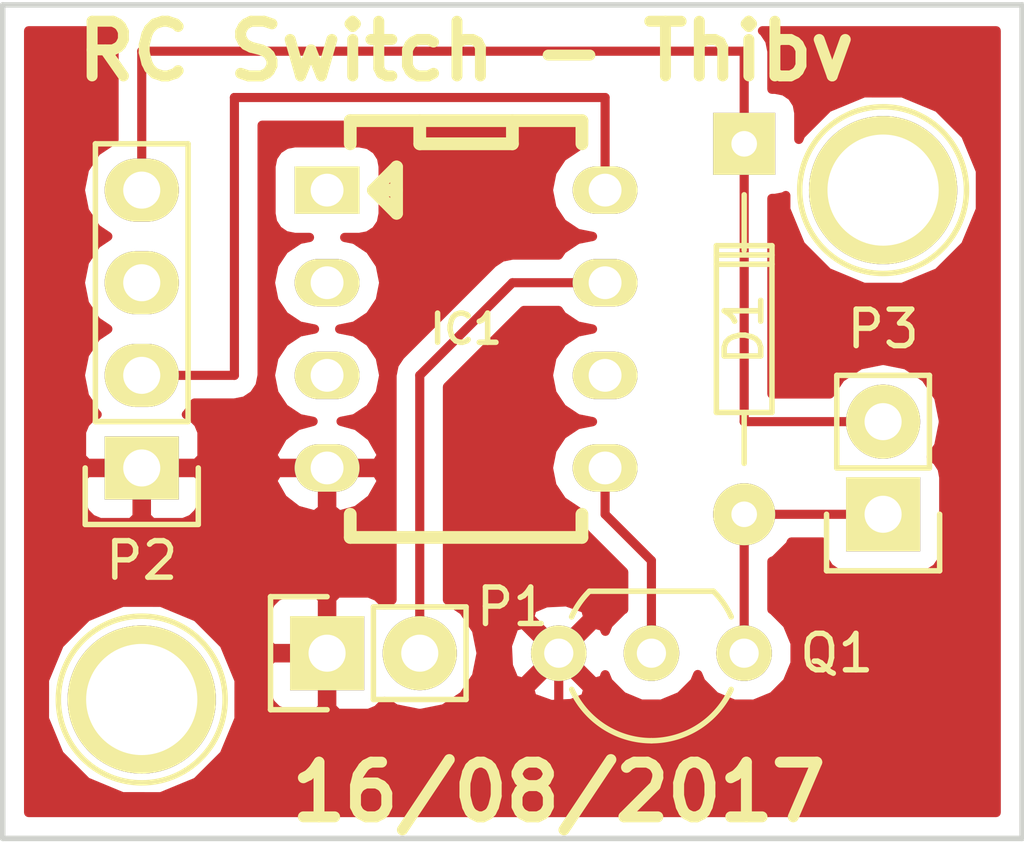
<source format=kicad_pcb>
(kicad_pcb (version 4) (host pcbnew 4.0.2+dfsg1-stable)

  (general
    (links 10)
    (no_connects 0)
    (area 130.395 95.02 158.825001 118.185001)
    (thickness 1.6)
    (drawings 6)
    (tracks 25)
    (zones 0)
    (modules 8)
    (nets 7)
  )

  (page A4)
  (layers
    (0 F.Cu signal)
    (31 B.Cu signal)
    (32 B.Adhes user)
    (33 F.Adhes user)
    (34 B.Paste user)
    (35 F.Paste user)
    (36 B.SilkS user)
    (37 F.SilkS user)
    (38 B.Mask user)
    (39 F.Mask user)
    (40 Dwgs.User user)
    (41 Cmts.User user)
    (42 Eco1.User user)
    (43 Eco2.User user)
    (44 Edge.Cuts user)
    (45 Margin user)
    (46 B.CrtYd user)
    (47 F.CrtYd user)
    (48 B.Fab user)
    (49 F.Fab user)
  )

  (setup
    (last_trace_width 0.25)
    (trace_clearance 0.2)
    (zone_clearance 0.508)
    (zone_45_only no)
    (trace_min 0.2)
    (segment_width 0.2)
    (edge_width 0.15)
    (via_size 0.6)
    (via_drill 0.4)
    (via_min_size 0.4)
    (via_min_drill 0.3)
    (uvia_size 0.3)
    (uvia_drill 0.1)
    (uvias_allowed no)
    (uvia_min_size 0.2)
    (uvia_min_drill 0.1)
    (pcb_text_width 0.3)
    (pcb_text_size 1.5 1.5)
    (mod_edge_width 0.15)
    (mod_text_size 1 1)
    (mod_text_width 0.15)
    (pad_size 4.064 4.064)
    (pad_drill 3.048)
    (pad_to_mask_clearance 0.2)
    (aux_axis_origin 0 0)
    (visible_elements FFFFFF7F)
    (pcbplotparams
      (layerselection 0x010f0_80000001)
      (usegerberextensions true)
      (excludeedgelayer true)
      (linewidth 0.100000)
      (plotframeref false)
      (viasonmask false)
      (mode 1)
      (useauxorigin false)
      (hpglpennumber 1)
      (hpglpenspeed 20)
      (hpglpendiameter 15)
      (hpglpenoverlay 2)
      (psnegative false)
      (psa4output false)
      (plotreference true)
      (plotvalue true)
      (plotinvisibletext false)
      (padsonsilk false)
      (subtractmaskfromsilk false)
      (outputformat 1)
      (mirror false)
      (drillshape 0)
      (scaleselection 1)
      (outputdirectory gerber/))
  )

  (net 0 "")
  (net 1 "Net-(D1-Pad2)")
  (net 2 /CELL3)
  (net 3 GND)
  (net 4 /RECEIVER)
  (net 5 /CMD)
  (net 6 /CELL1)

  (net_class Default "This is the default net class."
    (clearance 0.2)
    (trace_width 0.25)
    (via_dia 0.6)
    (via_drill 0.4)
    (uvia_dia 0.3)
    (uvia_drill 0.1)
    (add_net /CELL1)
    (add_net /CELL3)
    (add_net /CMD)
    (add_net /RECEIVER)
    (add_net GND)
    (add_net "Net-(D1-Pad2)")
  )

  (module DIP-SIP:DIP-8 (layer F.Cu) (tedit 5986EE76) (tstamp 59885AF0)
    (at 143.51 104.14)
    (path /5986D819)
    (fp_text reference IC1 (at 0 0) (layer F.SilkS)
      (effects (font (size 0.8 0.8) (thickness 0.15)))
    )
    (fp_text value ATTINY85-P (at 0 0) (layer F.Fab) hide
      (effects (font (size 0.8 0.8) (thickness 0.15)))
    )
    (fp_line (start 5 -6) (end -5 -6) (layer F.CrtYd) (width 0.15))
    (fp_line (start -5 -6) (end -5 6) (layer F.CrtYd) (width 0.15))
    (fp_line (start -5 6) (end 5 6) (layer F.CrtYd) (width 0.15))
    (fp_line (start 5 6) (end 5 -6) (layer F.CrtYd) (width 0.15))
    (fp_line (start -5 -5) (end -4 -5) (layer F.Fab) (width 0.15))
    (fp_line (start -4 -5) (end -4 -6) (layer F.Fab) (width 0.15))
    (fp_line (start -5 -6) (end 5 -6) (layer F.Fab) (width 0.15))
    (fp_line (start 5 -6) (end 5 6) (layer F.Fab) (width 0.15))
    (fp_line (start 5 6) (end -5 6) (layer F.Fab) (width 0.15))
    (fp_line (start -5 6) (end -5 -6) (layer F.Fab) (width 0.15))
    (fp_line (start -3.175 5.08) (end -3.175 5.715) (layer F.SilkS) (width 0.35))
    (fp_line (start -3.175 5.715) (end 3.175 5.715) (layer F.SilkS) (width 0.35))
    (fp_line (start 3.175 5.715) (end 3.175 5.08) (layer F.SilkS) (width 0.35))
    (fp_line (start 1.27 -5.715) (end 1.27 -5.08) (layer F.SilkS) (width 0.35))
    (fp_line (start 1.27 -5.08) (end -1.27 -5.08) (layer F.SilkS) (width 0.35))
    (fp_line (start -1.27 -5.08) (end -1.27 -5.715) (layer F.SilkS) (width 0.35))
    (fp_line (start -3.175 -5.08) (end -3.175 -5.715) (layer F.SilkS) (width 0.35))
    (fp_line (start -3.175 -5.715) (end 3.175 -5.715) (layer F.SilkS) (width 0.35))
    (fp_line (start 3.175 -5.715) (end 3.175 -5.08) (layer F.SilkS) (width 0.35))
    (fp_line (start -2.54 -3.81) (end -1.905 -4.445) (layer F.SilkS) (width 0.35))
    (fp_line (start -1.905 -4.445) (end -1.905 -3.175) (layer F.SilkS) (width 0.35))
    (fp_line (start -1.905 -3.175) (end -2.54 -3.81) (layer F.SilkS) (width 0.35))
    (fp_line (start -2.54 -3.81) (end -1.905 -3.81) (layer F.SilkS) (width 0.35))
    (pad 1 thru_hole rect (at -3.81 -3.81) (size 1.778 1.3) (drill 0.9) (layers *.Cu *.Mask F.SilkS))
    (pad 2 thru_hole oval (at -3.81 -1.27) (size 1.778 1.3) (drill 0.9) (layers *.Cu *.Mask F.SilkS))
    (pad 3 thru_hole oval (at -3.81 1.27) (size 1.778 1.3) (drill 0.9) (layers *.Cu *.Mask F.SilkS))
    (pad 4 thru_hole oval (at -3.81 3.81) (size 1.778 1.3) (drill 0.9) (layers *.Cu *.Mask F.SilkS)
      (net 3 GND))
    (pad 5 thru_hole oval (at 3.81 3.81) (size 1.778 1.3) (drill 0.9) (layers *.Cu *.Mask F.SilkS)
      (net 5 /CMD))
    (pad 6 thru_hole oval (at 3.81 1.27) (size 1.778 1.3) (drill 0.9) (layers *.Cu *.Mask F.SilkS))
    (pad 7 thru_hole oval (at 3.81 -1.27) (size 1.778 1.3) (drill 0.9) (layers *.Cu *.Mask F.SilkS)
      (net 4 /RECEIVER))
    (pad 8 thru_hole oval (at 3.81 -3.81) (size 1.778 1.3) (drill 0.9) (layers *.Cu *.Mask F.SilkS)
      (net 6 /CELL1))
    (model pth_circuits/dil_8-300.wrl
      (at (xyz 0 0 0))
      (scale (xyz 1 1 1))
      (rotate (xyz 0 0 90))
    )
  )

  (module Diodes_ThroughHole:Diode_DO-35_SOD27_Horizontal_RM10 (layer F.Cu) (tedit 5986EF51) (tstamp 59885ACD)
    (at 151.13 99.06 270)
    (descr "Diode, DO-35,  SOD27, Horizontal, RM 10mm")
    (tags "Diode, DO-35, SOD27, Horizontal, RM 10mm, 1N4148,")
    (path /5986E361)
    (fp_text reference D1 (at 5.08 0 270) (layer F.SilkS)
      (effects (font (size 1 1) (thickness 0.15)))
    )
    (fp_text value 1N4007 (at 4.41452 -3.55854 270) (layer F.Fab) hide
      (effects (font (size 1 1) (thickness 0.15)))
    )
    (fp_line (start 7.36652 -0.00254) (end 8.76352 -0.00254) (layer F.SilkS) (width 0.15))
    (fp_line (start 2.92152 -0.00254) (end 1.39752 -0.00254) (layer F.SilkS) (width 0.15))
    (fp_line (start 3.30252 -0.76454) (end 3.30252 0.75946) (layer F.SilkS) (width 0.15))
    (fp_line (start 3.04852 -0.76454) (end 3.04852 0.75946) (layer F.SilkS) (width 0.15))
    (fp_line (start 2.79452 -0.00254) (end 2.79452 0.75946) (layer F.SilkS) (width 0.15))
    (fp_line (start 2.79452 0.75946) (end 7.36652 0.75946) (layer F.SilkS) (width 0.15))
    (fp_line (start 7.36652 0.75946) (end 7.36652 -0.76454) (layer F.SilkS) (width 0.15))
    (fp_line (start 7.36652 -0.76454) (end 2.79452 -0.76454) (layer F.SilkS) (width 0.15))
    (fp_line (start 2.79452 -0.76454) (end 2.79452 -0.00254) (layer F.SilkS) (width 0.15))
    (pad 2 thru_hole circle (at 10.16052 -0.00254 90) (size 1.69926 1.69926) (drill 0.70104) (layers *.Cu *.Mask F.SilkS)
      (net 1 "Net-(D1-Pad2)"))
    (pad 1 thru_hole rect (at 0.00052 -0.00254 90) (size 1.69926 1.69926) (drill 0.70104) (layers *.Cu *.Mask F.SilkS)
      (net 2 /CELL3))
    (model Diodes_ThroughHole.3dshapes/Diode_DO-35_SOD27_Horizontal_RM10.wrl
      (at (xyz 0.2 0 0))
      (scale (xyz 0.4 0.4 0.4))
      (rotate (xyz 0 0 180))
    )
  )

  (module Socket_Strips:Socket_Strip_Straight_1x04 (layer F.Cu) (tedit 59931A7D) (tstamp 59885B15)
    (at 134.62 107.95 90)
    (descr "Through hole socket strip")
    (tags "socket strip")
    (path /5986D923)
    (fp_text reference P2 (at -2.54 0 180) (layer F.SilkS)
      (effects (font (size 1 1) (thickness 0.15)))
    )
    (fp_text value CONN_01X04 (at 0 -3.1 90) (layer F.Fab) hide
      (effects (font (size 1 1) (thickness 0.15)))
    )
    (fp_line (start -1.75 -1.75) (end -1.75 1.75) (layer F.CrtYd) (width 0.05))
    (fp_line (start 9.4 -1.75) (end 9.4 1.75) (layer F.CrtYd) (width 0.05))
    (fp_line (start -1.75 -1.75) (end 9.4 -1.75) (layer F.CrtYd) (width 0.05))
    (fp_line (start -1.75 1.75) (end 9.4 1.75) (layer F.CrtYd) (width 0.05))
    (fp_line (start 1.27 -1.27) (end 8.89 -1.27) (layer F.SilkS) (width 0.15))
    (fp_line (start 1.27 1.27) (end 8.89 1.27) (layer F.SilkS) (width 0.15))
    (fp_line (start -1.55 1.55) (end 0 1.55) (layer F.SilkS) (width 0.15))
    (fp_line (start 8.89 -1.27) (end 8.89 1.27) (layer F.SilkS) (width 0.15))
    (fp_line (start 1.27 1.27) (end 1.27 -1.27) (layer F.SilkS) (width 0.15))
    (fp_line (start 0 -1.55) (end -1.55 -1.55) (layer F.SilkS) (width 0.15))
    (fp_line (start -1.55 -1.55) (end -1.55 1.55) (layer F.SilkS) (width 0.15))
    (pad 1 thru_hole rect (at 0 0 90) (size 1.7272 2.032) (drill 1.016) (layers *.Cu *.Mask F.SilkS)
      (net 3 GND))
    (pad 2 thru_hole oval (at 2.54 0 90) (size 1.7272 2.032) (drill 1.016) (layers *.Cu *.Mask F.SilkS)
      (net 6 /CELL1))
    (pad 3 thru_hole oval (at 5.08 0 90) (size 1.7272 2.032) (drill 1.016) (layers *.Cu *.Mask F.SilkS))
    (pad 4 thru_hole oval (at 7.62 0 90) (size 1.7272 2.032) (drill 1.016) (layers *.Cu *.Mask F.SilkS)
      (net 2 /CELL3))
    (model Socket_Strips.3dshapes/Socket_Strip_Straight_1x04.wrl
      (at (xyz 0.15 0 0))
      (scale (xyz 1 1 1))
      (rotate (xyz 0 0 180))
    )
  )

  (module Socket_Strips:Socket_Strip_Straight_1x02 (layer F.Cu) (tedit 59931C94) (tstamp 598D2209)
    (at 139.7 113.03)
    (descr "Through hole socket strip")
    (tags "socket strip")
    (path /598CC06C)
    (fp_text reference P1 (at 5.08 -1.27) (layer F.SilkS)
      (effects (font (size 1 1) (thickness 0.15)))
    )
    (fp_text value CONN_01X02 (at 0 -3.1) (layer F.Fab) hide
      (effects (font (size 1 1) (thickness 0.15)))
    )
    (fp_line (start -1.55 1.55) (end 0 1.55) (layer F.SilkS) (width 0.15))
    (fp_line (start 3.81 1.27) (end 1.27 1.27) (layer F.SilkS) (width 0.15))
    (fp_line (start -1.75 -1.75) (end -1.75 1.75) (layer F.CrtYd) (width 0.05))
    (fp_line (start 4.3 -1.75) (end 4.3 1.75) (layer F.CrtYd) (width 0.05))
    (fp_line (start -1.75 -1.75) (end 4.3 -1.75) (layer F.CrtYd) (width 0.05))
    (fp_line (start -1.75 1.75) (end 4.3 1.75) (layer F.CrtYd) (width 0.05))
    (fp_line (start 1.27 1.27) (end 1.27 -1.27) (layer F.SilkS) (width 0.15))
    (fp_line (start 0 -1.55) (end -1.55 -1.55) (layer F.SilkS) (width 0.15))
    (fp_line (start -1.55 -1.55) (end -1.55 1.55) (layer F.SilkS) (width 0.15))
    (fp_line (start 1.27 -1.27) (end 3.81 -1.27) (layer F.SilkS) (width 0.15))
    (fp_line (start 3.81 -1.27) (end 3.81 1.27) (layer F.SilkS) (width 0.15))
    (pad 1 thru_hole rect (at 0 0) (size 2.032 2.032) (drill 1.016) (layers *.Cu *.Mask F.SilkS)
      (net 3 GND))
    (pad 2 thru_hole oval (at 2.54 0) (size 2.032 2.032) (drill 1.016) (layers *.Cu *.Mask F.SilkS)
      (net 4 /RECEIVER))
    (model Socket_Strips.3dshapes/Socket_Strip_Straight_1x02.wrl
      (at (xyz 0.05 0 0))
      (scale (xyz 1 1 1))
      (rotate (xyz 0 0 180))
    )
  )

  (module Socket_Strips:Socket_Strip_Straight_1x02 (layer F.Cu) (tedit 59931C7C) (tstamp 598D221A)
    (at 154.94 109.22 90)
    (descr "Through hole socket strip")
    (tags "socket strip")
    (path /598CC596)
    (fp_text reference P3 (at 5.08 0 180) (layer F.SilkS)
      (effects (font (size 1 1) (thickness 0.15)))
    )
    (fp_text value CONN_01X02 (at 0 -3.1 90) (layer F.Fab) hide
      (effects (font (size 1 1) (thickness 0.15)))
    )
    (fp_line (start -1.55 1.55) (end 0 1.55) (layer F.SilkS) (width 0.15))
    (fp_line (start 3.81 1.27) (end 1.27 1.27) (layer F.SilkS) (width 0.15))
    (fp_line (start -1.75 -1.75) (end -1.75 1.75) (layer F.CrtYd) (width 0.05))
    (fp_line (start 4.3 -1.75) (end 4.3 1.75) (layer F.CrtYd) (width 0.05))
    (fp_line (start -1.75 -1.75) (end 4.3 -1.75) (layer F.CrtYd) (width 0.05))
    (fp_line (start -1.75 1.75) (end 4.3 1.75) (layer F.CrtYd) (width 0.05))
    (fp_line (start 1.27 1.27) (end 1.27 -1.27) (layer F.SilkS) (width 0.15))
    (fp_line (start 0 -1.55) (end -1.55 -1.55) (layer F.SilkS) (width 0.15))
    (fp_line (start -1.55 -1.55) (end -1.55 1.55) (layer F.SilkS) (width 0.15))
    (fp_line (start 1.27 -1.27) (end 3.81 -1.27) (layer F.SilkS) (width 0.15))
    (fp_line (start 3.81 -1.27) (end 3.81 1.27) (layer F.SilkS) (width 0.15))
    (pad 1 thru_hole rect (at 0 0 90) (size 2.032 2.032) (drill 1.016) (layers *.Cu *.Mask F.SilkS)
      (net 1 "Net-(D1-Pad2)"))
    (pad 2 thru_hole oval (at 2.54 0 90) (size 2.032 2.032) (drill 1.016) (layers *.Cu *.Mask F.SilkS)
      (net 2 /CELL3))
    (model Socket_Strips.3dshapes/Socket_Strip_Straight_1x02.wrl
      (at (xyz 0.05 0 0))
      (scale (xyz 1 1 1))
      (rotate (xyz 0 0 180))
    )
  )

  (module TO_SOT_Packages_THT:TO-92_Inline_Wide (layer F.Cu) (tedit 59931C7A) (tstamp 5994D023)
    (at 151.13 113.03 180)
    (descr "TO-92 leads in-line, wide, drill 0.8mm (see NXP sot054_po.pdf)")
    (tags "to-92 sc-43 sc-43a sot54 PA33 transistor")
    (path /598CC346)
    (fp_text reference Q1 (at -2.54 0 360) (layer F.SilkS)
      (effects (font (size 1 1) (thickness 0.15)))
    )
    (fp_text value BS170 (at 0 3 180) (layer F.Fab)
      (effects (font (size 1 1) (thickness 0.15)))
    )
    (fp_arc (start 2.54 0) (end 0.84 1.7) (angle 20.5) (layer F.SilkS) (width 0.15))
    (fp_arc (start 2.54 0) (end 4.24 1.7) (angle -20.5) (layer F.SilkS) (width 0.15))
    (fp_line (start -1 1.95) (end -1 -2.65) (layer F.CrtYd) (width 0.05))
    (fp_line (start -1 1.95) (end 6.1 1.95) (layer F.CrtYd) (width 0.05))
    (fp_line (start 0.84 1.7) (end 4.24 1.7) (layer F.SilkS) (width 0.15))
    (fp_arc (start 2.54 0) (end 2.54 -2.4) (angle -65.55604127) (layer F.SilkS) (width 0.15))
    (fp_arc (start 2.54 0) (end 2.54 -2.4) (angle 65.55604127) (layer F.SilkS) (width 0.15))
    (fp_line (start -1 -2.65) (end 6.1 -2.65) (layer F.CrtYd) (width 0.05))
    (fp_line (start 6.1 1.95) (end 6.1 -2.65) (layer F.CrtYd) (width 0.05))
    (pad 2 thru_hole circle (at 2.54 0 270) (size 1.524 1.524) (drill 0.8) (layers *.Cu *.Mask F.SilkS)
      (net 5 /CMD))
    (pad 3 thru_hole circle (at 5.08 0 270) (size 1.524 1.524) (drill 0.8) (layers *.Cu *.Mask F.SilkS)
      (net 3 GND))
    (pad 1 thru_hole circle (at 0 0 270) (size 1.524 1.524) (drill 0.8) (layers *.Cu *.Mask F.SilkS)
      (net 1 "Net-(D1-Pad2)"))
    (model TO_SOT_Packages_THT.3dshapes/TO-92_Inline_Wide.wrl
      (at (xyz 0.1 0 0))
      (scale (xyz 1 1 1))
      (rotate (xyz 0 0 -90))
    )
  )

  (module Connect:1pin (layer F.Cu) (tedit 59931C82) (tstamp 5994D0BF)
    (at 134.62 114.3)
    (descr "module 1 pin (ou trou mecanique de percage)")
    (tags DEV)
    (fp_text reference REF** (at 0 -3.048) (layer F.SilkS) hide
      (effects (font (size 1 1) (thickness 0.15)))
    )
    (fp_text value 1pin (at 0 2.794) (layer F.Fab) hide
      (effects (font (size 1 1) (thickness 0.15)))
    )
    (fp_circle (center 0 0) (end 0 -2.286) (layer F.SilkS) (width 0.15))
    (pad 1 thru_hole circle (at 0 0) (size 4.064 4.064) (drill 3.048) (layers *.Cu *.Mask F.SilkS))
  )

  (module Connect:1pin (layer F.Cu) (tedit 59931C5B) (tstamp 5994D0CA)
    (at 154.94 100.33)
    (descr "module 1 pin (ou trou mecanique de percage)")
    (tags DEV)
    (fp_text reference REF** (at 0 -3.048) (layer F.SilkS) hide
      (effects (font (size 1 1) (thickness 0.15)))
    )
    (fp_text value 1pin (at 0 2.794) (layer F.Fab) hide
      (effects (font (size 1 1) (thickness 0.15)))
    )
    (fp_circle (center 0 0) (end 0 -2.286) (layer F.SilkS) (width 0.15))
    (pad 1 thru_hole circle (at 0 0) (size 4.064 4.064) (drill 3.048) (layers *.Cu *.Mask F.SilkS))
  )

  (gr_line (start 130.81 95.25) (end 158.75 95.25) (angle 90) (layer Edge.Cuts) (width 0.15))
  (gr_line (start 130.81 118.11) (end 158.75 118.11) (angle 90) (layer Edge.Cuts) (width 0.15))
  (gr_text "RC Switch - Thibv" (at 143.51 96.52) (layer F.SilkS)
    (effects (font (size 1.5 1.5) (thickness 0.3)))
  )
  (gr_line (start 130.81 95.25) (end 130.81 118.11) (angle 90) (layer Edge.Cuts) (width 0.15))
  (gr_line (start 158.75 95.25) (end 158.75 118.11) (angle 90) (layer Edge.Cuts) (width 0.15))
  (gr_text 16/08/2017 (at 146.05 116.84) (layer F.SilkS)
    (effects (font (size 1.5 1.5) (thickness 0.3)))
  )

  (segment (start 151.13254 109.22052) (end 151.13254 113.02746) (width 0.25) (layer F.Cu) (net 1))
  (segment (start 151.13254 113.02746) (end 151.13 113.03) (width 0.25) (layer F.Cu) (net 1) (tstamp 5994D145))
  (segment (start 151.13254 109.22052) (end 154.93948 109.22052) (width 0.25) (layer F.Cu) (net 1))
  (segment (start 154.93948 109.22052) (end 154.94 109.22) (width 0.25) (layer F.Cu) (net 1) (tstamp 5994D142))
  (segment (start 134.62 100.33) (end 134.62 96.52) (width 0.25) (layer F.Cu) (net 2))
  (segment (start 151.13254 96.52254) (end 151.13254 99.06052) (width 0.25) (layer F.Cu) (net 2) (tstamp 5994D15A))
  (segment (start 151.13 96.52) (end 151.13254 96.52254) (width 0.25) (layer F.Cu) (net 2) (tstamp 5994D159))
  (segment (start 134.62 96.52) (end 151.13 96.52) (width 0.25) (layer F.Cu) (net 2) (tstamp 5994D158))
  (segment (start 151.13254 99.06052) (end 151.13254 106.67746) (width 0.25) (layer F.Cu) (net 2))
  (segment (start 151.13508 106.68) (end 154.94 106.68) (width 0.25) (layer F.Cu) (net 2) (tstamp 5994D13F))
  (segment (start 151.13254 106.67746) (end 151.13508 106.68) (width 0.25) (layer F.Cu) (net 2) (tstamp 5994D13E))
  (segment (start 139.7 113.03) (end 139.7 115.57) (width 0.25) (layer F.Cu) (net 3))
  (segment (start 146.05 115.57) (end 146.05 113.03) (width 0.25) (layer F.Cu) (net 3) (tstamp 5994D155))
  (segment (start 139.7 115.57) (end 146.05 115.57) (width 0.25) (layer F.Cu) (net 3) (tstamp 5994D154))
  (segment (start 134.62 107.95) (end 139.7 107.95) (width 0.25) (layer F.Cu) (net 3))
  (segment (start 142.24 113.03) (end 142.24 105.41) (width 0.25) (layer F.Cu) (net 4))
  (segment (start 144.78 102.87) (end 147.32 102.87) (width 0.25) (layer F.Cu) (net 4) (tstamp 5994D150))
  (segment (start 142.24 105.41) (end 144.78 102.87) (width 0.25) (layer F.Cu) (net 4) (tstamp 5994D14E))
  (segment (start 147.32 107.95) (end 147.32 109.22) (width 0.25) (layer F.Cu) (net 5))
  (segment (start 148.59 110.49) (end 148.59 113.03) (width 0.25) (layer F.Cu) (net 5) (tstamp 5994D14A))
  (segment (start 147.32 109.22) (end 148.59 110.49) (width 0.25) (layer F.Cu) (net 5) (tstamp 5994D148))
  (segment (start 134.62 105.41) (end 137.16 105.41) (width 0.25) (layer F.Cu) (net 6))
  (segment (start 147.32 97.79) (end 147.32 100.33) (width 0.25) (layer F.Cu) (net 6) (tstamp 5994C9E9))
  (segment (start 137.16 97.79) (end 147.32 97.79) (width 0.25) (layer F.Cu) (net 6) (tstamp 5994C9E8))
  (segment (start 137.16 105.41) (end 137.16 97.79) (width 0.25) (layer F.Cu) (net 6) (tstamp 5994C9E7))

  (zone (net 3) (net_name GND) (layer F.Cu) (tstamp 5994D160) (hatch edge 0.508)
    (connect_pads (clearance 0.508))
    (min_thickness 0.254)
    (fill yes (arc_segments 16) (thermal_gap 0.508) (thermal_bridge_width 0.508))
    (polygon
      (pts
        (xy 158.75 118.11) (xy 130.81 118.11) (xy 130.81 95.25) (xy 158.75 95.25) (xy 158.75 118.11)
      )
    )
    (filled_polygon
      (pts
        (xy 134.082599 95.982599) (xy 133.917852 96.229161) (xy 133.86 96.52) (xy 133.86 98.946654) (xy 133.375585 99.27033)
        (xy 133.050729 99.756511) (xy 132.936655 100.33) (xy 133.050729 100.903489) (xy 133.375585 101.38967) (xy 133.690366 101.6)
        (xy 133.375585 101.81033) (xy 133.050729 102.296511) (xy 132.936655 102.87) (xy 133.050729 103.443489) (xy 133.375585 103.92967)
        (xy 133.690366 104.14) (xy 133.375585 104.35033) (xy 133.050729 104.836511) (xy 132.936655 105.41) (xy 133.050729 105.983489)
        (xy 133.375585 106.46967) (xy 133.39778 106.4845) (xy 133.244301 106.548073) (xy 133.065673 106.726702) (xy 132.969 106.960091)
        (xy 132.969 107.66425) (xy 133.12775 107.823) (xy 134.493 107.823) (xy 134.493 107.803) (xy 134.747 107.803)
        (xy 134.747 107.823) (xy 136.11225 107.823) (xy 136.271 107.66425) (xy 136.271 106.960091) (xy 136.174327 106.726702)
        (xy 135.995699 106.548073) (xy 135.84222 106.4845) (xy 135.864415 106.46967) (xy 136.064648 106.17) (xy 137.16 106.17)
        (xy 137.450839 106.112148) (xy 137.697401 105.947401) (xy 137.862148 105.700839) (xy 137.92 105.41) (xy 137.92 102.87)
        (xy 138.146143 102.87) (xy 138.243958 103.361748) (xy 138.522511 103.778632) (xy 138.939395 104.057185) (xy 139.355733 104.14)
        (xy 138.939395 104.222815) (xy 138.522511 104.501368) (xy 138.243958 104.918252) (xy 138.146143 105.41) (xy 138.243958 105.901748)
        (xy 138.522511 106.318632) (xy 138.939395 106.597185) (xy 139.316952 106.672286) (xy 138.882204 106.791137) (xy 138.482785 107.100846)
        (xy 138.23229 107.539831) (xy 138.217901 107.624529) (xy 138.341933 107.823) (xy 139.573 107.823) (xy 139.573 107.803)
        (xy 139.827 107.803) (xy 139.827 107.823) (xy 141.058067 107.823) (xy 141.182099 107.624529) (xy 141.16771 107.539831)
        (xy 140.917215 107.100846) (xy 140.517796 106.791137) (xy 140.083048 106.672286) (xy 140.460605 106.597185) (xy 140.877489 106.318632)
        (xy 141.156042 105.901748) (xy 141.253857 105.41) (xy 141.156042 104.918252) (xy 140.877489 104.501368) (xy 140.460605 104.222815)
        (xy 140.044267 104.14) (xy 140.460605 104.057185) (xy 140.877489 103.778632) (xy 141.156042 103.361748) (xy 141.253857 102.87)
        (xy 141.156042 102.378252) (xy 140.877489 101.961368) (xy 140.460605 101.682815) (xy 140.182217 101.62744) (xy 140.589 101.62744)
        (xy 140.824317 101.583162) (xy 141.040441 101.44409) (xy 141.185431 101.23189) (xy 141.23644 100.98) (xy 141.23644 99.68)
        (xy 141.192162 99.444683) (xy 141.05309 99.228559) (xy 140.84089 99.083569) (xy 140.589 99.03256) (xy 138.811 99.03256)
        (xy 138.575683 99.076838) (xy 138.359559 99.21591) (xy 138.214569 99.42811) (xy 138.16356 99.68) (xy 138.16356 100.98)
        (xy 138.207838 101.215317) (xy 138.34691 101.431441) (xy 138.55911 101.576431) (xy 138.811 101.62744) (xy 139.217783 101.62744)
        (xy 138.939395 101.682815) (xy 138.522511 101.961368) (xy 138.243958 102.378252) (xy 138.146143 102.87) (xy 137.92 102.87)
        (xy 137.92 98.55) (xy 146.56 98.55) (xy 146.56 99.142695) (xy 146.559395 99.142815) (xy 146.142511 99.421368)
        (xy 145.863958 99.838252) (xy 145.766143 100.33) (xy 145.863958 100.821748) (xy 146.142511 101.238632) (xy 146.559395 101.517185)
        (xy 146.975733 101.6) (xy 146.559395 101.682815) (xy 146.142511 101.961368) (xy 146.043198 102.11) (xy 144.78 102.11)
        (xy 144.537414 102.158254) (xy 144.48916 102.167852) (xy 144.242599 102.332599) (xy 141.702599 104.872599) (xy 141.537852 105.119161)
        (xy 141.48 105.41) (xy 141.48 111.568717) (xy 141.275481 111.705372) (xy 141.254327 111.654301) (xy 141.075698 111.475673)
        (xy 140.842309 111.379) (xy 139.98575 111.379) (xy 139.827 111.53775) (xy 139.827 112.903) (xy 139.847 112.903)
        (xy 139.847 113.157) (xy 139.827 113.157) (xy 139.827 114.52225) (xy 139.98575 114.681) (xy 140.842309 114.681)
        (xy 141.075698 114.584327) (xy 141.254327 114.405699) (xy 141.275481 114.354628) (xy 141.575845 114.555325) (xy 142.207655 114.681)
        (xy 142.272345 114.681) (xy 142.904155 114.555325) (xy 143.439778 114.197433) (xy 143.564874 114.010213) (xy 145.249392 114.010213)
        (xy 145.318857 114.252397) (xy 145.842302 114.439144) (xy 146.397368 114.411362) (xy 146.781143 114.252397) (xy 146.850608 114.010213)
        (xy 146.05 113.209605) (xy 145.249392 114.010213) (xy 143.564874 114.010213) (xy 143.79767 113.66181) (xy 143.923345 113.03)
        (xy 143.882032 112.822302) (xy 144.640856 112.822302) (xy 144.668638 113.377368) (xy 144.827603 113.761143) (xy 145.069787 113.830608)
        (xy 145.870395 113.03) (xy 145.069787 112.229392) (xy 144.827603 112.298857) (xy 144.640856 112.822302) (xy 143.882032 112.822302)
        (xy 143.79767 112.39819) (xy 143.564875 112.049787) (xy 145.249392 112.049787) (xy 146.05 112.850395) (xy 146.850608 112.049787)
        (xy 146.781143 111.807603) (xy 146.257698 111.620856) (xy 145.702632 111.648638) (xy 145.318857 111.807603) (xy 145.249392 112.049787)
        (xy 143.564875 112.049787) (xy 143.439778 111.862567) (xy 143 111.568717) (xy 143 105.724802) (xy 145.094802 103.63)
        (xy 146.043198 103.63) (xy 146.142511 103.778632) (xy 146.559395 104.057185) (xy 146.975733 104.14) (xy 146.559395 104.222815)
        (xy 146.142511 104.501368) (xy 145.863958 104.918252) (xy 145.766143 105.41) (xy 145.863958 105.901748) (xy 146.142511 106.318632)
        (xy 146.559395 106.597185) (xy 146.975733 106.68) (xy 146.559395 106.762815) (xy 146.142511 107.041368) (xy 145.863958 107.458252)
        (xy 145.766143 107.95) (xy 145.863958 108.441748) (xy 146.142511 108.858632) (xy 146.559395 109.137185) (xy 146.56 109.137305)
        (xy 146.56 109.22) (xy 146.617852 109.510839) (xy 146.782599 109.757401) (xy 147.83 110.804802) (xy 147.83 111.832469)
        (xy 147.799697 111.84499) (xy 147.406371 112.23763) (xy 147.326605 112.429727) (xy 147.272397 112.298857) (xy 147.030213 112.229392)
        (xy 146.229605 113.03) (xy 147.030213 113.830608) (xy 147.272397 113.761143) (xy 147.322509 113.620682) (xy 147.40499 113.820303)
        (xy 147.79763 114.213629) (xy 148.3109 114.426757) (xy 148.866661 114.427242) (xy 149.380303 114.21501) (xy 149.773629 113.82237)
        (xy 149.859949 113.614488) (xy 149.94499 113.820303) (xy 150.33763 114.213629) (xy 150.8509 114.426757) (xy 151.406661 114.427242)
        (xy 151.920303 114.21501) (xy 152.313629 113.82237) (xy 152.526757 113.3091) (xy 152.527242 112.753339) (xy 152.31501 112.239697)
        (xy 151.92237 111.846371) (xy 151.89254 111.833985) (xy 151.89254 110.512867) (xy 151.972417 110.479862) (xy 152.390414 110.062594)
        (xy 152.424494 109.98052) (xy 153.27656 109.98052) (xy 153.27656 110.236) (xy 153.320838 110.471317) (xy 153.45991 110.687441)
        (xy 153.67211 110.832431) (xy 153.924 110.88344) (xy 155.956 110.88344) (xy 156.191317 110.839162) (xy 156.407441 110.70009)
        (xy 156.552431 110.48789) (xy 156.60344 110.236) (xy 156.60344 108.204) (xy 156.559162 107.968683) (xy 156.42009 107.752559)
        (xy 156.263794 107.645767) (xy 156.465325 107.344155) (xy 156.591 106.712345) (xy 156.591 106.647655) (xy 156.465325 106.015845)
        (xy 156.107433 105.480222) (xy 155.57181 105.12233) (xy 154.94 104.996655) (xy 154.30819 105.12233) (xy 153.772567 105.480222)
        (xy 153.478717 105.92) (xy 151.89254 105.92) (xy 151.89254 100.55759) (xy 151.98217 100.55759) (xy 152.217487 100.513312)
        (xy 152.27287 100.477674) (xy 152.272538 100.858172) (xy 152.677709 101.838761) (xy 153.427293 102.589655) (xy 154.407173 102.996536)
        (xy 155.468172 102.997462) (xy 156.448761 102.592291) (xy 157.199655 101.842707) (xy 157.606536 100.862827) (xy 157.607462 99.801828)
        (xy 157.202291 98.821239) (xy 156.452707 98.070345) (xy 155.472827 97.663464) (xy 154.411828 97.662538) (xy 153.431239 98.067709)
        (xy 152.680345 98.817293) (xy 152.62961 98.939477) (xy 152.62961 98.21089) (xy 152.585332 97.975573) (xy 152.44626 97.759449)
        (xy 152.23406 97.614459) (xy 151.98217 97.56345) (xy 151.89254 97.56345) (xy 151.89254 96.52254) (xy 151.834688 96.231701)
        (xy 151.669941 95.985139) (xy 151.667401 95.982599) (xy 151.633579 95.96) (xy 158.04 95.96) (xy 158.04 117.4)
        (xy 131.52 117.4) (xy 131.52 114.828172) (xy 131.952538 114.828172) (xy 132.357709 115.808761) (xy 133.107293 116.559655)
        (xy 134.087173 116.966536) (xy 135.148172 116.967462) (xy 136.128761 116.562291) (xy 136.879655 115.812707) (xy 137.286536 114.832827)
        (xy 137.287462 113.771828) (xy 137.099015 113.31575) (xy 138.049 113.31575) (xy 138.049 114.17231) (xy 138.145673 114.405699)
        (xy 138.324302 114.584327) (xy 138.557691 114.681) (xy 139.41425 114.681) (xy 139.573 114.52225) (xy 139.573 113.157)
        (xy 138.20775 113.157) (xy 138.049 113.31575) (xy 137.099015 113.31575) (xy 136.882291 112.791239) (xy 136.132707 112.040345)
        (xy 135.765073 111.88769) (xy 138.049 111.88769) (xy 138.049 112.74425) (xy 138.20775 112.903) (xy 139.573 112.903)
        (xy 139.573 111.53775) (xy 139.41425 111.379) (xy 138.557691 111.379) (xy 138.324302 111.475673) (xy 138.145673 111.654301)
        (xy 138.049 111.88769) (xy 135.765073 111.88769) (xy 135.152827 111.633464) (xy 134.091828 111.632538) (xy 133.111239 112.037709)
        (xy 132.360345 112.787293) (xy 131.953464 113.767173) (xy 131.952538 114.828172) (xy 131.52 114.828172) (xy 131.52 108.23575)
        (xy 132.969 108.23575) (xy 132.969 108.939909) (xy 133.065673 109.173298) (xy 133.244301 109.351927) (xy 133.47769 109.4486)
        (xy 134.33425 109.4486) (xy 134.493 109.28985) (xy 134.493 108.077) (xy 134.747 108.077) (xy 134.747 109.28985)
        (xy 134.90575 109.4486) (xy 135.76231 109.4486) (xy 135.995699 109.351927) (xy 136.174327 109.173298) (xy 136.271 108.939909)
        (xy 136.271 108.275471) (xy 138.217901 108.275471) (xy 138.23229 108.360169) (xy 138.482785 108.799154) (xy 138.882204 109.108863)
        (xy 139.36974 109.242145) (xy 139.573 109.081763) (xy 139.573 108.077) (xy 139.827 108.077) (xy 139.827 109.081763)
        (xy 140.03026 109.242145) (xy 140.517796 109.108863) (xy 140.917215 108.799154) (xy 141.16771 108.360169) (xy 141.182099 108.275471)
        (xy 141.058067 108.077) (xy 139.827 108.077) (xy 139.573 108.077) (xy 138.341933 108.077) (xy 138.217901 108.275471)
        (xy 136.271 108.275471) (xy 136.271 108.23575) (xy 136.11225 108.077) (xy 134.747 108.077) (xy 134.493 108.077)
        (xy 133.12775 108.077) (xy 132.969 108.23575) (xy 131.52 108.23575) (xy 131.52 95.96) (xy 134.116421 95.96)
      )
    )
  )
)

</source>
